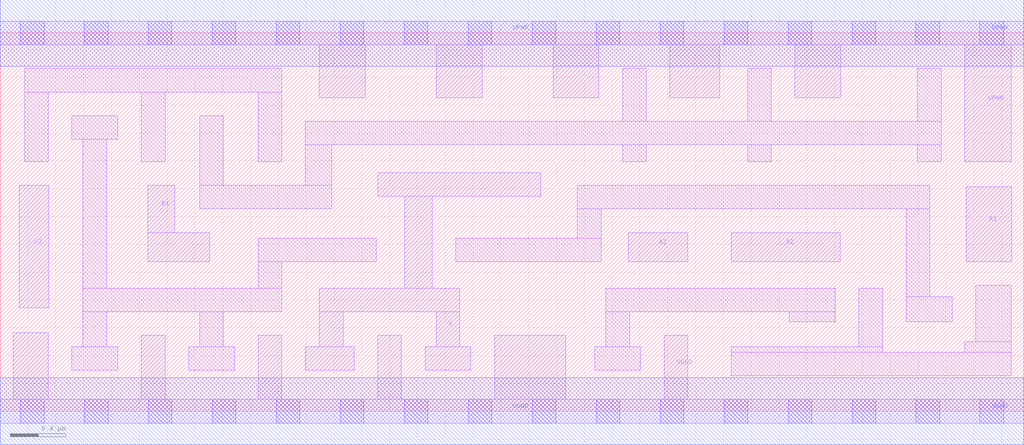
<source format=lef>
# Copyright 2020 The SkyWater PDK Authors
#
# Licensed under the Apache License, Version 2.0 (the "License");
# you may not use this file except in compliance with the License.
# You may obtain a copy of the License at
#
#     https://www.apache.org/licenses/LICENSE-2.0
#
# Unless required by applicable law or agreed to in writing, software
# distributed under the License is distributed on an "AS IS" BASIS,
# WITHOUT WARRANTIES OR CONDITIONS OF ANY KIND, either express or implied.
# See the License for the specific language governing permissions and
# limitations under the License.
#
# SPDX-License-Identifier: Apache-2.0

VERSION 5.7 ;
  NAMESCASESENSITIVE ON ;
  NOWIREEXTENSIONATPIN ON ;
  DIVIDERCHAR "/" ;
  BUSBITCHARS "[]" ;
UNITS
  DATABASE MICRONS 200 ;
END UNITS
MACRO sky130_fd_sc_hd__a311o_4
  CLASS CORE ;
  SOURCE USER ;
  FOREIGN sky130_fd_sc_hd__a311o_4 ;
  ORIGIN  0.000000  0.000000 ;
  SIZE  7.360000 BY  2.720000 ;
  SYMMETRY X Y R90 ;
  SITE unithd ;
  PIN A1
    ANTENNAGATEAREA  0.495000 ;
    DIRECTION INPUT ;
    USE SIGNAL ;
    PORT
      LAYER li1 ;
        RECT 6.945000 1.075000 7.275000 1.615000 ;
    END
  END A1
  PIN A2
    ANTENNAGATEAREA  0.495000 ;
    DIRECTION INPUT ;
    USE SIGNAL ;
    PORT
      LAYER li1 ;
        RECT 5.255000 1.075000 6.040000 1.285000 ;
    END
  END A2
  PIN A3
    ANTENNAGATEAREA  0.495000 ;
    DIRECTION INPUT ;
    USE SIGNAL ;
    PORT
      LAYER li1 ;
        RECT 4.515000 1.075000 4.945000 1.285000 ;
    END
  END A3
  PIN B1
    ANTENNAGATEAREA  0.495000 ;
    DIRECTION INPUT ;
    USE SIGNAL ;
    PORT
      LAYER li1 ;
        RECT 1.060000 1.075000 1.505000 1.285000 ;
        RECT 1.060000 1.285000 1.255000 1.625000 ;
    END
  END B1
  PIN C1
    ANTENNAGATEAREA  0.495000 ;
    DIRECTION INPUT ;
    USE SIGNAL ;
    PORT
      LAYER li1 ;
        RECT 0.135000 0.745000 0.350000 1.625000 ;
    END
  END C1
  PIN X
    ANTENNADIFFAREA  0.904000 ;
    DIRECTION OUTPUT ;
    USE SIGNAL ;
    PORT
      LAYER li1 ;
        RECT 2.195000 0.295000 2.545000 0.465000 ;
        RECT 2.295000 0.465000 2.465000 0.715000 ;
        RECT 2.295000 0.715000 3.305000 0.885000 ;
        RECT 2.715000 1.545000 3.885000 1.715000 ;
        RECT 2.910000 0.885000 3.105000 1.545000 ;
        RECT 3.055000 0.295000 3.385000 0.465000 ;
        RECT 3.135000 0.465000 3.305000 0.715000 ;
    END
  END X
  PIN VGND
    DIRECTION INOUT ;
    SHAPE ABUTMENT ;
    USE GROUND ;
    PORT
      LAYER li1 ;
        RECT 0.000000 -0.085000 7.360000 0.085000 ;
        RECT 0.095000  0.085000 0.345000 0.565000 ;
        RECT 1.015000  0.085000 1.185000 0.545000 ;
        RECT 1.855000  0.085000 2.025000 0.545000 ;
        RECT 2.715000  0.085000 2.885000 0.545000 ;
        RECT 3.555000  0.085000 4.065000 0.545000 ;
        RECT 4.775000  0.085000 4.945000 0.545000 ;
      LAYER mcon ;
        RECT 0.145000 -0.085000 0.315000 0.085000 ;
        RECT 0.605000 -0.085000 0.775000 0.085000 ;
        RECT 1.065000 -0.085000 1.235000 0.085000 ;
        RECT 1.525000 -0.085000 1.695000 0.085000 ;
        RECT 1.985000 -0.085000 2.155000 0.085000 ;
        RECT 2.445000 -0.085000 2.615000 0.085000 ;
        RECT 2.905000 -0.085000 3.075000 0.085000 ;
        RECT 3.365000 -0.085000 3.535000 0.085000 ;
        RECT 3.825000 -0.085000 3.995000 0.085000 ;
        RECT 4.285000 -0.085000 4.455000 0.085000 ;
        RECT 4.745000 -0.085000 4.915000 0.085000 ;
        RECT 5.205000 -0.085000 5.375000 0.085000 ;
        RECT 5.665000 -0.085000 5.835000 0.085000 ;
        RECT 6.125000 -0.085000 6.295000 0.085000 ;
        RECT 6.585000 -0.085000 6.755000 0.085000 ;
        RECT 7.045000 -0.085000 7.215000 0.085000 ;
      LAYER met1 ;
        RECT 0.000000 -0.240000 7.360000 0.240000 ;
    END
  END VGND
  PIN VPWR
    DIRECTION INOUT ;
    SHAPE ABUTMENT ;
    USE POWER ;
    PORT
      LAYER li1 ;
        RECT 0.000000 2.635000 7.360000 2.805000 ;
        RECT 2.295000 2.255000 2.625000 2.635000 ;
        RECT 3.135000 2.255000 3.465000 2.635000 ;
        RECT 3.975000 2.255000 4.305000 2.635000 ;
        RECT 4.815000 2.255000 5.175000 2.635000 ;
        RECT 5.715000 2.255000 6.045000 2.635000 ;
        RECT 6.935000 1.795000 7.270000 2.635000 ;
      LAYER mcon ;
        RECT 0.145000 2.635000 0.315000 2.805000 ;
        RECT 0.605000 2.635000 0.775000 2.805000 ;
        RECT 1.065000 2.635000 1.235000 2.805000 ;
        RECT 1.525000 2.635000 1.695000 2.805000 ;
        RECT 1.985000 2.635000 2.155000 2.805000 ;
        RECT 2.445000 2.635000 2.615000 2.805000 ;
        RECT 2.905000 2.635000 3.075000 2.805000 ;
        RECT 3.365000 2.635000 3.535000 2.805000 ;
        RECT 3.825000 2.635000 3.995000 2.805000 ;
        RECT 4.285000 2.635000 4.455000 2.805000 ;
        RECT 4.745000 2.635000 4.915000 2.805000 ;
        RECT 5.205000 2.635000 5.375000 2.805000 ;
        RECT 5.665000 2.635000 5.835000 2.805000 ;
        RECT 6.125000 2.635000 6.295000 2.805000 ;
        RECT 6.585000 2.635000 6.755000 2.805000 ;
        RECT 7.045000 2.635000 7.215000 2.805000 ;
      LAYER met1 ;
        RECT 0.000000 2.480000 7.360000 2.960000 ;
    END
  END VPWR
  OBS
    LAYER li1 ;
      RECT 0.175000 1.795000 0.345000 2.295000 ;
      RECT 0.175000 2.295000 2.025000 2.465000 ;
      RECT 0.515000 0.295000 0.845000 0.465000 ;
      RECT 0.515000 1.955000 0.845000 2.125000 ;
      RECT 0.595000 0.465000 0.765000 0.715000 ;
      RECT 0.595000 0.715000 2.025000 0.885000 ;
      RECT 0.595000 0.885000 0.765000 1.955000 ;
      RECT 1.015000 1.795000 1.185000 2.295000 ;
      RECT 1.355000 0.295000 1.685000 0.465000 ;
      RECT 1.435000 0.465000 1.605000 0.715000 ;
      RECT 1.435000 1.455000 2.385000 1.625000 ;
      RECT 1.435000 1.625000 1.605000 2.125000 ;
      RECT 1.855000 0.885000 2.025000 1.075000 ;
      RECT 1.855000 1.075000 2.705000 1.245000 ;
      RECT 1.855000 1.795000 2.025000 2.295000 ;
      RECT 2.195000 1.625000 2.385000 1.915000 ;
      RECT 2.195000 1.915000 6.765000 2.085000 ;
      RECT 3.275000 1.075000 4.320000 1.245000 ;
      RECT 4.150000 1.245000 4.320000 1.455000 ;
      RECT 4.150000 1.455000 6.685000 1.625000 ;
      RECT 4.275000 0.295000 4.605000 0.465000 ;
      RECT 4.355000 0.465000 4.525000 0.715000 ;
      RECT 4.355000 0.715000 6.005000 0.885000 ;
      RECT 4.475000 1.795000 4.645000 1.915000 ;
      RECT 4.475000 2.085000 4.645000 2.465000 ;
      RECT 5.255000 0.255000 7.270000 0.425000 ;
      RECT 5.255000 0.425000 6.345000 0.465000 ;
      RECT 5.375000 1.795000 5.545000 1.915000 ;
      RECT 5.375000 2.085000 5.545000 2.465000 ;
      RECT 5.675000 0.645000 6.005000 0.715000 ;
      RECT 6.175000 0.465000 6.345000 0.885000 ;
      RECT 6.515000 0.645000 6.845000 0.825000 ;
      RECT 6.515000 0.825000 6.685000 1.455000 ;
      RECT 6.595000 1.795000 6.765000 1.915000 ;
      RECT 6.595000 2.085000 6.765000 2.465000 ;
      RECT 6.935000 0.425000 7.270000 0.500000 ;
      RECT 7.015000 0.500000 7.270000 0.905000 ;
  END
END sky130_fd_sc_hd__a311o_4

</source>
